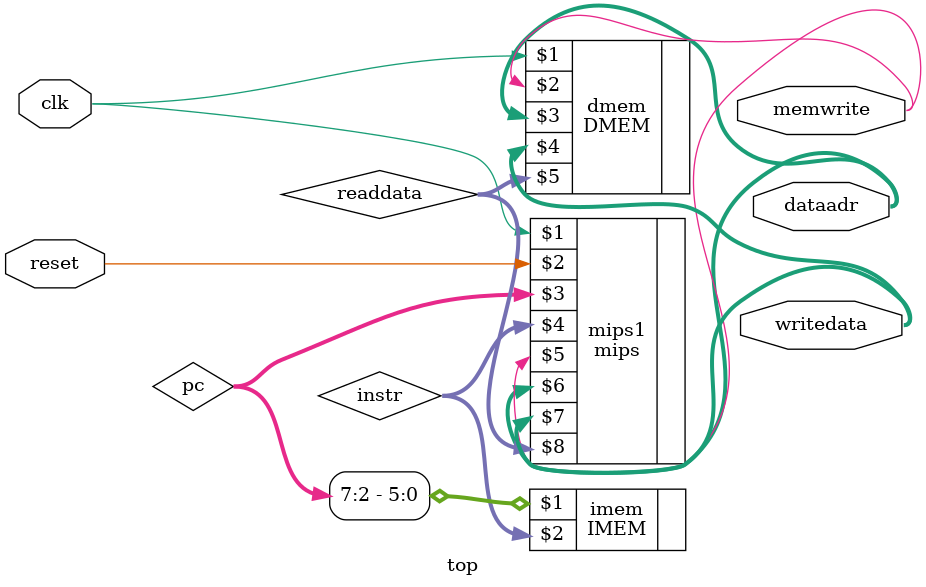
<source format=sv>
`timescale 1ns / 1ps


module top(
        input logic clk, reset,
        output logic [31:0] writedata, dataadr,
        output logic memwrite
    );

    logic [31:0] pc, instr, readdata;

    mips mips1(clk, reset, pc, instr, memwrite, dataadr, writedata, readdata);
    IMEM imem(pc[7:2], instr);
    DMEM dmem(clk, memwrite, dataadr, writedata, readdata);
    
endmodule

</source>
